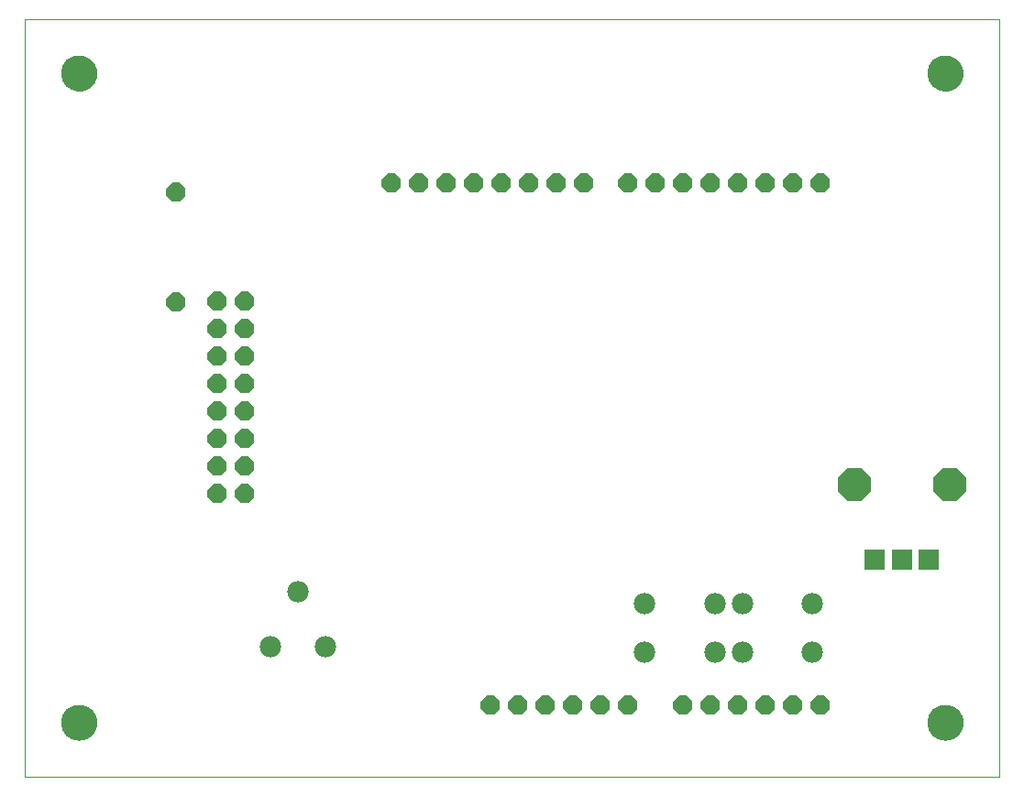
<source format=gts>
G75*
%MOIN*%
%OFA0B0*%
%FSLAX25Y25*%
%IPPOS*%
%LPD*%
%AMOC8*
5,1,8,0,0,1.08239X$1,22.5*
%
%ADD10C,0.00394*%
%ADD11OC8,0.07000*%
%ADD12C,0.00000*%
%ADD13C,0.12998*%
%ADD14C,0.07800*%
%ADD15R,0.07800X0.07800*%
%ADD16OC8,0.12211*%
D10*
X0020800Y0011800D02*
X0020800Y0287391D01*
X0375131Y0287391D01*
X0375131Y0011800D01*
X0020800Y0011800D01*
D11*
X0090603Y0114595D03*
X0100603Y0114595D03*
X0100603Y0124595D03*
X0090603Y0124595D03*
X0090603Y0134595D03*
X0100603Y0134595D03*
X0100603Y0144595D03*
X0090603Y0144595D03*
X0090603Y0154595D03*
X0100603Y0154595D03*
X0100603Y0164595D03*
X0090603Y0164595D03*
X0090603Y0174595D03*
X0100603Y0174595D03*
X0100603Y0184595D03*
X0090603Y0184595D03*
X0075789Y0184509D03*
X0075789Y0224509D03*
X0154170Y0227548D03*
X0164170Y0227548D03*
X0174170Y0227548D03*
X0184170Y0227548D03*
X0194170Y0227548D03*
X0204170Y0227548D03*
X0214170Y0227548D03*
X0224170Y0227548D03*
X0240170Y0227548D03*
X0250170Y0227548D03*
X0260170Y0227548D03*
X0270170Y0227548D03*
X0280170Y0227548D03*
X0290170Y0227548D03*
X0300170Y0227548D03*
X0310170Y0227548D03*
X0310170Y0037548D03*
X0300170Y0037548D03*
X0290170Y0037548D03*
X0280170Y0037548D03*
X0270170Y0037548D03*
X0260170Y0037548D03*
X0240170Y0037548D03*
X0230170Y0037548D03*
X0220170Y0037548D03*
X0210170Y0037548D03*
X0200170Y0037548D03*
X0190170Y0037548D03*
D12*
X0034186Y0031485D02*
X0034188Y0031643D01*
X0034194Y0031801D01*
X0034204Y0031959D01*
X0034218Y0032117D01*
X0034236Y0032274D01*
X0034257Y0032431D01*
X0034283Y0032587D01*
X0034313Y0032743D01*
X0034346Y0032898D01*
X0034384Y0033051D01*
X0034425Y0033204D01*
X0034470Y0033356D01*
X0034519Y0033507D01*
X0034572Y0033656D01*
X0034628Y0033804D01*
X0034688Y0033950D01*
X0034752Y0034095D01*
X0034820Y0034238D01*
X0034891Y0034380D01*
X0034965Y0034520D01*
X0035043Y0034657D01*
X0035125Y0034793D01*
X0035209Y0034927D01*
X0035298Y0035058D01*
X0035389Y0035187D01*
X0035484Y0035314D01*
X0035581Y0035439D01*
X0035682Y0035561D01*
X0035786Y0035680D01*
X0035893Y0035797D01*
X0036003Y0035911D01*
X0036116Y0036022D01*
X0036231Y0036131D01*
X0036349Y0036236D01*
X0036470Y0036338D01*
X0036593Y0036438D01*
X0036719Y0036534D01*
X0036847Y0036627D01*
X0036977Y0036717D01*
X0037110Y0036803D01*
X0037245Y0036887D01*
X0037381Y0036966D01*
X0037520Y0037043D01*
X0037661Y0037115D01*
X0037803Y0037185D01*
X0037947Y0037250D01*
X0038093Y0037312D01*
X0038240Y0037370D01*
X0038389Y0037425D01*
X0038539Y0037476D01*
X0038690Y0037523D01*
X0038842Y0037566D01*
X0038995Y0037605D01*
X0039150Y0037641D01*
X0039305Y0037672D01*
X0039461Y0037700D01*
X0039617Y0037724D01*
X0039774Y0037744D01*
X0039932Y0037760D01*
X0040089Y0037772D01*
X0040248Y0037780D01*
X0040406Y0037784D01*
X0040564Y0037784D01*
X0040722Y0037780D01*
X0040881Y0037772D01*
X0041038Y0037760D01*
X0041196Y0037744D01*
X0041353Y0037724D01*
X0041509Y0037700D01*
X0041665Y0037672D01*
X0041820Y0037641D01*
X0041975Y0037605D01*
X0042128Y0037566D01*
X0042280Y0037523D01*
X0042431Y0037476D01*
X0042581Y0037425D01*
X0042730Y0037370D01*
X0042877Y0037312D01*
X0043023Y0037250D01*
X0043167Y0037185D01*
X0043309Y0037115D01*
X0043450Y0037043D01*
X0043589Y0036966D01*
X0043725Y0036887D01*
X0043860Y0036803D01*
X0043993Y0036717D01*
X0044123Y0036627D01*
X0044251Y0036534D01*
X0044377Y0036438D01*
X0044500Y0036338D01*
X0044621Y0036236D01*
X0044739Y0036131D01*
X0044854Y0036022D01*
X0044967Y0035911D01*
X0045077Y0035797D01*
X0045184Y0035680D01*
X0045288Y0035561D01*
X0045389Y0035439D01*
X0045486Y0035314D01*
X0045581Y0035187D01*
X0045672Y0035058D01*
X0045761Y0034927D01*
X0045845Y0034793D01*
X0045927Y0034657D01*
X0046005Y0034520D01*
X0046079Y0034380D01*
X0046150Y0034238D01*
X0046218Y0034095D01*
X0046282Y0033950D01*
X0046342Y0033804D01*
X0046398Y0033656D01*
X0046451Y0033507D01*
X0046500Y0033356D01*
X0046545Y0033204D01*
X0046586Y0033051D01*
X0046624Y0032898D01*
X0046657Y0032743D01*
X0046687Y0032587D01*
X0046713Y0032431D01*
X0046734Y0032274D01*
X0046752Y0032117D01*
X0046766Y0031959D01*
X0046776Y0031801D01*
X0046782Y0031643D01*
X0046784Y0031485D01*
X0046782Y0031327D01*
X0046776Y0031169D01*
X0046766Y0031011D01*
X0046752Y0030853D01*
X0046734Y0030696D01*
X0046713Y0030539D01*
X0046687Y0030383D01*
X0046657Y0030227D01*
X0046624Y0030072D01*
X0046586Y0029919D01*
X0046545Y0029766D01*
X0046500Y0029614D01*
X0046451Y0029463D01*
X0046398Y0029314D01*
X0046342Y0029166D01*
X0046282Y0029020D01*
X0046218Y0028875D01*
X0046150Y0028732D01*
X0046079Y0028590D01*
X0046005Y0028450D01*
X0045927Y0028313D01*
X0045845Y0028177D01*
X0045761Y0028043D01*
X0045672Y0027912D01*
X0045581Y0027783D01*
X0045486Y0027656D01*
X0045389Y0027531D01*
X0045288Y0027409D01*
X0045184Y0027290D01*
X0045077Y0027173D01*
X0044967Y0027059D01*
X0044854Y0026948D01*
X0044739Y0026839D01*
X0044621Y0026734D01*
X0044500Y0026632D01*
X0044377Y0026532D01*
X0044251Y0026436D01*
X0044123Y0026343D01*
X0043993Y0026253D01*
X0043860Y0026167D01*
X0043725Y0026083D01*
X0043589Y0026004D01*
X0043450Y0025927D01*
X0043309Y0025855D01*
X0043167Y0025785D01*
X0043023Y0025720D01*
X0042877Y0025658D01*
X0042730Y0025600D01*
X0042581Y0025545D01*
X0042431Y0025494D01*
X0042280Y0025447D01*
X0042128Y0025404D01*
X0041975Y0025365D01*
X0041820Y0025329D01*
X0041665Y0025298D01*
X0041509Y0025270D01*
X0041353Y0025246D01*
X0041196Y0025226D01*
X0041038Y0025210D01*
X0040881Y0025198D01*
X0040722Y0025190D01*
X0040564Y0025186D01*
X0040406Y0025186D01*
X0040248Y0025190D01*
X0040089Y0025198D01*
X0039932Y0025210D01*
X0039774Y0025226D01*
X0039617Y0025246D01*
X0039461Y0025270D01*
X0039305Y0025298D01*
X0039150Y0025329D01*
X0038995Y0025365D01*
X0038842Y0025404D01*
X0038690Y0025447D01*
X0038539Y0025494D01*
X0038389Y0025545D01*
X0038240Y0025600D01*
X0038093Y0025658D01*
X0037947Y0025720D01*
X0037803Y0025785D01*
X0037661Y0025855D01*
X0037520Y0025927D01*
X0037381Y0026004D01*
X0037245Y0026083D01*
X0037110Y0026167D01*
X0036977Y0026253D01*
X0036847Y0026343D01*
X0036719Y0026436D01*
X0036593Y0026532D01*
X0036470Y0026632D01*
X0036349Y0026734D01*
X0036231Y0026839D01*
X0036116Y0026948D01*
X0036003Y0027059D01*
X0035893Y0027173D01*
X0035786Y0027290D01*
X0035682Y0027409D01*
X0035581Y0027531D01*
X0035484Y0027656D01*
X0035389Y0027783D01*
X0035298Y0027912D01*
X0035209Y0028043D01*
X0035125Y0028177D01*
X0035043Y0028313D01*
X0034965Y0028450D01*
X0034891Y0028590D01*
X0034820Y0028732D01*
X0034752Y0028875D01*
X0034688Y0029020D01*
X0034628Y0029166D01*
X0034572Y0029314D01*
X0034519Y0029463D01*
X0034470Y0029614D01*
X0034425Y0029766D01*
X0034384Y0029919D01*
X0034346Y0030072D01*
X0034313Y0030227D01*
X0034283Y0030383D01*
X0034257Y0030539D01*
X0034236Y0030696D01*
X0034218Y0030853D01*
X0034204Y0031011D01*
X0034194Y0031169D01*
X0034188Y0031327D01*
X0034186Y0031485D01*
X0034186Y0267706D02*
X0034188Y0267864D01*
X0034194Y0268022D01*
X0034204Y0268180D01*
X0034218Y0268338D01*
X0034236Y0268495D01*
X0034257Y0268652D01*
X0034283Y0268808D01*
X0034313Y0268964D01*
X0034346Y0269119D01*
X0034384Y0269272D01*
X0034425Y0269425D01*
X0034470Y0269577D01*
X0034519Y0269728D01*
X0034572Y0269877D01*
X0034628Y0270025D01*
X0034688Y0270171D01*
X0034752Y0270316D01*
X0034820Y0270459D01*
X0034891Y0270601D01*
X0034965Y0270741D01*
X0035043Y0270878D01*
X0035125Y0271014D01*
X0035209Y0271148D01*
X0035298Y0271279D01*
X0035389Y0271408D01*
X0035484Y0271535D01*
X0035581Y0271660D01*
X0035682Y0271782D01*
X0035786Y0271901D01*
X0035893Y0272018D01*
X0036003Y0272132D01*
X0036116Y0272243D01*
X0036231Y0272352D01*
X0036349Y0272457D01*
X0036470Y0272559D01*
X0036593Y0272659D01*
X0036719Y0272755D01*
X0036847Y0272848D01*
X0036977Y0272938D01*
X0037110Y0273024D01*
X0037245Y0273108D01*
X0037381Y0273187D01*
X0037520Y0273264D01*
X0037661Y0273336D01*
X0037803Y0273406D01*
X0037947Y0273471D01*
X0038093Y0273533D01*
X0038240Y0273591D01*
X0038389Y0273646D01*
X0038539Y0273697D01*
X0038690Y0273744D01*
X0038842Y0273787D01*
X0038995Y0273826D01*
X0039150Y0273862D01*
X0039305Y0273893D01*
X0039461Y0273921D01*
X0039617Y0273945D01*
X0039774Y0273965D01*
X0039932Y0273981D01*
X0040089Y0273993D01*
X0040248Y0274001D01*
X0040406Y0274005D01*
X0040564Y0274005D01*
X0040722Y0274001D01*
X0040881Y0273993D01*
X0041038Y0273981D01*
X0041196Y0273965D01*
X0041353Y0273945D01*
X0041509Y0273921D01*
X0041665Y0273893D01*
X0041820Y0273862D01*
X0041975Y0273826D01*
X0042128Y0273787D01*
X0042280Y0273744D01*
X0042431Y0273697D01*
X0042581Y0273646D01*
X0042730Y0273591D01*
X0042877Y0273533D01*
X0043023Y0273471D01*
X0043167Y0273406D01*
X0043309Y0273336D01*
X0043450Y0273264D01*
X0043589Y0273187D01*
X0043725Y0273108D01*
X0043860Y0273024D01*
X0043993Y0272938D01*
X0044123Y0272848D01*
X0044251Y0272755D01*
X0044377Y0272659D01*
X0044500Y0272559D01*
X0044621Y0272457D01*
X0044739Y0272352D01*
X0044854Y0272243D01*
X0044967Y0272132D01*
X0045077Y0272018D01*
X0045184Y0271901D01*
X0045288Y0271782D01*
X0045389Y0271660D01*
X0045486Y0271535D01*
X0045581Y0271408D01*
X0045672Y0271279D01*
X0045761Y0271148D01*
X0045845Y0271014D01*
X0045927Y0270878D01*
X0046005Y0270741D01*
X0046079Y0270601D01*
X0046150Y0270459D01*
X0046218Y0270316D01*
X0046282Y0270171D01*
X0046342Y0270025D01*
X0046398Y0269877D01*
X0046451Y0269728D01*
X0046500Y0269577D01*
X0046545Y0269425D01*
X0046586Y0269272D01*
X0046624Y0269119D01*
X0046657Y0268964D01*
X0046687Y0268808D01*
X0046713Y0268652D01*
X0046734Y0268495D01*
X0046752Y0268338D01*
X0046766Y0268180D01*
X0046776Y0268022D01*
X0046782Y0267864D01*
X0046784Y0267706D01*
X0046782Y0267548D01*
X0046776Y0267390D01*
X0046766Y0267232D01*
X0046752Y0267074D01*
X0046734Y0266917D01*
X0046713Y0266760D01*
X0046687Y0266604D01*
X0046657Y0266448D01*
X0046624Y0266293D01*
X0046586Y0266140D01*
X0046545Y0265987D01*
X0046500Y0265835D01*
X0046451Y0265684D01*
X0046398Y0265535D01*
X0046342Y0265387D01*
X0046282Y0265241D01*
X0046218Y0265096D01*
X0046150Y0264953D01*
X0046079Y0264811D01*
X0046005Y0264671D01*
X0045927Y0264534D01*
X0045845Y0264398D01*
X0045761Y0264264D01*
X0045672Y0264133D01*
X0045581Y0264004D01*
X0045486Y0263877D01*
X0045389Y0263752D01*
X0045288Y0263630D01*
X0045184Y0263511D01*
X0045077Y0263394D01*
X0044967Y0263280D01*
X0044854Y0263169D01*
X0044739Y0263060D01*
X0044621Y0262955D01*
X0044500Y0262853D01*
X0044377Y0262753D01*
X0044251Y0262657D01*
X0044123Y0262564D01*
X0043993Y0262474D01*
X0043860Y0262388D01*
X0043725Y0262304D01*
X0043589Y0262225D01*
X0043450Y0262148D01*
X0043309Y0262076D01*
X0043167Y0262006D01*
X0043023Y0261941D01*
X0042877Y0261879D01*
X0042730Y0261821D01*
X0042581Y0261766D01*
X0042431Y0261715D01*
X0042280Y0261668D01*
X0042128Y0261625D01*
X0041975Y0261586D01*
X0041820Y0261550D01*
X0041665Y0261519D01*
X0041509Y0261491D01*
X0041353Y0261467D01*
X0041196Y0261447D01*
X0041038Y0261431D01*
X0040881Y0261419D01*
X0040722Y0261411D01*
X0040564Y0261407D01*
X0040406Y0261407D01*
X0040248Y0261411D01*
X0040089Y0261419D01*
X0039932Y0261431D01*
X0039774Y0261447D01*
X0039617Y0261467D01*
X0039461Y0261491D01*
X0039305Y0261519D01*
X0039150Y0261550D01*
X0038995Y0261586D01*
X0038842Y0261625D01*
X0038690Y0261668D01*
X0038539Y0261715D01*
X0038389Y0261766D01*
X0038240Y0261821D01*
X0038093Y0261879D01*
X0037947Y0261941D01*
X0037803Y0262006D01*
X0037661Y0262076D01*
X0037520Y0262148D01*
X0037381Y0262225D01*
X0037245Y0262304D01*
X0037110Y0262388D01*
X0036977Y0262474D01*
X0036847Y0262564D01*
X0036719Y0262657D01*
X0036593Y0262753D01*
X0036470Y0262853D01*
X0036349Y0262955D01*
X0036231Y0263060D01*
X0036116Y0263169D01*
X0036003Y0263280D01*
X0035893Y0263394D01*
X0035786Y0263511D01*
X0035682Y0263630D01*
X0035581Y0263752D01*
X0035484Y0263877D01*
X0035389Y0264004D01*
X0035298Y0264133D01*
X0035209Y0264264D01*
X0035125Y0264398D01*
X0035043Y0264534D01*
X0034965Y0264671D01*
X0034891Y0264811D01*
X0034820Y0264953D01*
X0034752Y0265096D01*
X0034688Y0265241D01*
X0034628Y0265387D01*
X0034572Y0265535D01*
X0034519Y0265684D01*
X0034470Y0265835D01*
X0034425Y0265987D01*
X0034384Y0266140D01*
X0034346Y0266293D01*
X0034313Y0266448D01*
X0034283Y0266604D01*
X0034257Y0266760D01*
X0034236Y0266917D01*
X0034218Y0267074D01*
X0034204Y0267232D01*
X0034194Y0267390D01*
X0034188Y0267548D01*
X0034186Y0267706D01*
X0349147Y0267706D02*
X0349149Y0267864D01*
X0349155Y0268022D01*
X0349165Y0268180D01*
X0349179Y0268338D01*
X0349197Y0268495D01*
X0349218Y0268652D01*
X0349244Y0268808D01*
X0349274Y0268964D01*
X0349307Y0269119D01*
X0349345Y0269272D01*
X0349386Y0269425D01*
X0349431Y0269577D01*
X0349480Y0269728D01*
X0349533Y0269877D01*
X0349589Y0270025D01*
X0349649Y0270171D01*
X0349713Y0270316D01*
X0349781Y0270459D01*
X0349852Y0270601D01*
X0349926Y0270741D01*
X0350004Y0270878D01*
X0350086Y0271014D01*
X0350170Y0271148D01*
X0350259Y0271279D01*
X0350350Y0271408D01*
X0350445Y0271535D01*
X0350542Y0271660D01*
X0350643Y0271782D01*
X0350747Y0271901D01*
X0350854Y0272018D01*
X0350964Y0272132D01*
X0351077Y0272243D01*
X0351192Y0272352D01*
X0351310Y0272457D01*
X0351431Y0272559D01*
X0351554Y0272659D01*
X0351680Y0272755D01*
X0351808Y0272848D01*
X0351938Y0272938D01*
X0352071Y0273024D01*
X0352206Y0273108D01*
X0352342Y0273187D01*
X0352481Y0273264D01*
X0352622Y0273336D01*
X0352764Y0273406D01*
X0352908Y0273471D01*
X0353054Y0273533D01*
X0353201Y0273591D01*
X0353350Y0273646D01*
X0353500Y0273697D01*
X0353651Y0273744D01*
X0353803Y0273787D01*
X0353956Y0273826D01*
X0354111Y0273862D01*
X0354266Y0273893D01*
X0354422Y0273921D01*
X0354578Y0273945D01*
X0354735Y0273965D01*
X0354893Y0273981D01*
X0355050Y0273993D01*
X0355209Y0274001D01*
X0355367Y0274005D01*
X0355525Y0274005D01*
X0355683Y0274001D01*
X0355842Y0273993D01*
X0355999Y0273981D01*
X0356157Y0273965D01*
X0356314Y0273945D01*
X0356470Y0273921D01*
X0356626Y0273893D01*
X0356781Y0273862D01*
X0356936Y0273826D01*
X0357089Y0273787D01*
X0357241Y0273744D01*
X0357392Y0273697D01*
X0357542Y0273646D01*
X0357691Y0273591D01*
X0357838Y0273533D01*
X0357984Y0273471D01*
X0358128Y0273406D01*
X0358270Y0273336D01*
X0358411Y0273264D01*
X0358550Y0273187D01*
X0358686Y0273108D01*
X0358821Y0273024D01*
X0358954Y0272938D01*
X0359084Y0272848D01*
X0359212Y0272755D01*
X0359338Y0272659D01*
X0359461Y0272559D01*
X0359582Y0272457D01*
X0359700Y0272352D01*
X0359815Y0272243D01*
X0359928Y0272132D01*
X0360038Y0272018D01*
X0360145Y0271901D01*
X0360249Y0271782D01*
X0360350Y0271660D01*
X0360447Y0271535D01*
X0360542Y0271408D01*
X0360633Y0271279D01*
X0360722Y0271148D01*
X0360806Y0271014D01*
X0360888Y0270878D01*
X0360966Y0270741D01*
X0361040Y0270601D01*
X0361111Y0270459D01*
X0361179Y0270316D01*
X0361243Y0270171D01*
X0361303Y0270025D01*
X0361359Y0269877D01*
X0361412Y0269728D01*
X0361461Y0269577D01*
X0361506Y0269425D01*
X0361547Y0269272D01*
X0361585Y0269119D01*
X0361618Y0268964D01*
X0361648Y0268808D01*
X0361674Y0268652D01*
X0361695Y0268495D01*
X0361713Y0268338D01*
X0361727Y0268180D01*
X0361737Y0268022D01*
X0361743Y0267864D01*
X0361745Y0267706D01*
X0361743Y0267548D01*
X0361737Y0267390D01*
X0361727Y0267232D01*
X0361713Y0267074D01*
X0361695Y0266917D01*
X0361674Y0266760D01*
X0361648Y0266604D01*
X0361618Y0266448D01*
X0361585Y0266293D01*
X0361547Y0266140D01*
X0361506Y0265987D01*
X0361461Y0265835D01*
X0361412Y0265684D01*
X0361359Y0265535D01*
X0361303Y0265387D01*
X0361243Y0265241D01*
X0361179Y0265096D01*
X0361111Y0264953D01*
X0361040Y0264811D01*
X0360966Y0264671D01*
X0360888Y0264534D01*
X0360806Y0264398D01*
X0360722Y0264264D01*
X0360633Y0264133D01*
X0360542Y0264004D01*
X0360447Y0263877D01*
X0360350Y0263752D01*
X0360249Y0263630D01*
X0360145Y0263511D01*
X0360038Y0263394D01*
X0359928Y0263280D01*
X0359815Y0263169D01*
X0359700Y0263060D01*
X0359582Y0262955D01*
X0359461Y0262853D01*
X0359338Y0262753D01*
X0359212Y0262657D01*
X0359084Y0262564D01*
X0358954Y0262474D01*
X0358821Y0262388D01*
X0358686Y0262304D01*
X0358550Y0262225D01*
X0358411Y0262148D01*
X0358270Y0262076D01*
X0358128Y0262006D01*
X0357984Y0261941D01*
X0357838Y0261879D01*
X0357691Y0261821D01*
X0357542Y0261766D01*
X0357392Y0261715D01*
X0357241Y0261668D01*
X0357089Y0261625D01*
X0356936Y0261586D01*
X0356781Y0261550D01*
X0356626Y0261519D01*
X0356470Y0261491D01*
X0356314Y0261467D01*
X0356157Y0261447D01*
X0355999Y0261431D01*
X0355842Y0261419D01*
X0355683Y0261411D01*
X0355525Y0261407D01*
X0355367Y0261407D01*
X0355209Y0261411D01*
X0355050Y0261419D01*
X0354893Y0261431D01*
X0354735Y0261447D01*
X0354578Y0261467D01*
X0354422Y0261491D01*
X0354266Y0261519D01*
X0354111Y0261550D01*
X0353956Y0261586D01*
X0353803Y0261625D01*
X0353651Y0261668D01*
X0353500Y0261715D01*
X0353350Y0261766D01*
X0353201Y0261821D01*
X0353054Y0261879D01*
X0352908Y0261941D01*
X0352764Y0262006D01*
X0352622Y0262076D01*
X0352481Y0262148D01*
X0352342Y0262225D01*
X0352206Y0262304D01*
X0352071Y0262388D01*
X0351938Y0262474D01*
X0351808Y0262564D01*
X0351680Y0262657D01*
X0351554Y0262753D01*
X0351431Y0262853D01*
X0351310Y0262955D01*
X0351192Y0263060D01*
X0351077Y0263169D01*
X0350964Y0263280D01*
X0350854Y0263394D01*
X0350747Y0263511D01*
X0350643Y0263630D01*
X0350542Y0263752D01*
X0350445Y0263877D01*
X0350350Y0264004D01*
X0350259Y0264133D01*
X0350170Y0264264D01*
X0350086Y0264398D01*
X0350004Y0264534D01*
X0349926Y0264671D01*
X0349852Y0264811D01*
X0349781Y0264953D01*
X0349713Y0265096D01*
X0349649Y0265241D01*
X0349589Y0265387D01*
X0349533Y0265535D01*
X0349480Y0265684D01*
X0349431Y0265835D01*
X0349386Y0265987D01*
X0349345Y0266140D01*
X0349307Y0266293D01*
X0349274Y0266448D01*
X0349244Y0266604D01*
X0349218Y0266760D01*
X0349197Y0266917D01*
X0349179Y0267074D01*
X0349165Y0267232D01*
X0349155Y0267390D01*
X0349149Y0267548D01*
X0349147Y0267706D01*
X0349147Y0031485D02*
X0349149Y0031643D01*
X0349155Y0031801D01*
X0349165Y0031959D01*
X0349179Y0032117D01*
X0349197Y0032274D01*
X0349218Y0032431D01*
X0349244Y0032587D01*
X0349274Y0032743D01*
X0349307Y0032898D01*
X0349345Y0033051D01*
X0349386Y0033204D01*
X0349431Y0033356D01*
X0349480Y0033507D01*
X0349533Y0033656D01*
X0349589Y0033804D01*
X0349649Y0033950D01*
X0349713Y0034095D01*
X0349781Y0034238D01*
X0349852Y0034380D01*
X0349926Y0034520D01*
X0350004Y0034657D01*
X0350086Y0034793D01*
X0350170Y0034927D01*
X0350259Y0035058D01*
X0350350Y0035187D01*
X0350445Y0035314D01*
X0350542Y0035439D01*
X0350643Y0035561D01*
X0350747Y0035680D01*
X0350854Y0035797D01*
X0350964Y0035911D01*
X0351077Y0036022D01*
X0351192Y0036131D01*
X0351310Y0036236D01*
X0351431Y0036338D01*
X0351554Y0036438D01*
X0351680Y0036534D01*
X0351808Y0036627D01*
X0351938Y0036717D01*
X0352071Y0036803D01*
X0352206Y0036887D01*
X0352342Y0036966D01*
X0352481Y0037043D01*
X0352622Y0037115D01*
X0352764Y0037185D01*
X0352908Y0037250D01*
X0353054Y0037312D01*
X0353201Y0037370D01*
X0353350Y0037425D01*
X0353500Y0037476D01*
X0353651Y0037523D01*
X0353803Y0037566D01*
X0353956Y0037605D01*
X0354111Y0037641D01*
X0354266Y0037672D01*
X0354422Y0037700D01*
X0354578Y0037724D01*
X0354735Y0037744D01*
X0354893Y0037760D01*
X0355050Y0037772D01*
X0355209Y0037780D01*
X0355367Y0037784D01*
X0355525Y0037784D01*
X0355683Y0037780D01*
X0355842Y0037772D01*
X0355999Y0037760D01*
X0356157Y0037744D01*
X0356314Y0037724D01*
X0356470Y0037700D01*
X0356626Y0037672D01*
X0356781Y0037641D01*
X0356936Y0037605D01*
X0357089Y0037566D01*
X0357241Y0037523D01*
X0357392Y0037476D01*
X0357542Y0037425D01*
X0357691Y0037370D01*
X0357838Y0037312D01*
X0357984Y0037250D01*
X0358128Y0037185D01*
X0358270Y0037115D01*
X0358411Y0037043D01*
X0358550Y0036966D01*
X0358686Y0036887D01*
X0358821Y0036803D01*
X0358954Y0036717D01*
X0359084Y0036627D01*
X0359212Y0036534D01*
X0359338Y0036438D01*
X0359461Y0036338D01*
X0359582Y0036236D01*
X0359700Y0036131D01*
X0359815Y0036022D01*
X0359928Y0035911D01*
X0360038Y0035797D01*
X0360145Y0035680D01*
X0360249Y0035561D01*
X0360350Y0035439D01*
X0360447Y0035314D01*
X0360542Y0035187D01*
X0360633Y0035058D01*
X0360722Y0034927D01*
X0360806Y0034793D01*
X0360888Y0034657D01*
X0360966Y0034520D01*
X0361040Y0034380D01*
X0361111Y0034238D01*
X0361179Y0034095D01*
X0361243Y0033950D01*
X0361303Y0033804D01*
X0361359Y0033656D01*
X0361412Y0033507D01*
X0361461Y0033356D01*
X0361506Y0033204D01*
X0361547Y0033051D01*
X0361585Y0032898D01*
X0361618Y0032743D01*
X0361648Y0032587D01*
X0361674Y0032431D01*
X0361695Y0032274D01*
X0361713Y0032117D01*
X0361727Y0031959D01*
X0361737Y0031801D01*
X0361743Y0031643D01*
X0361745Y0031485D01*
X0361743Y0031327D01*
X0361737Y0031169D01*
X0361727Y0031011D01*
X0361713Y0030853D01*
X0361695Y0030696D01*
X0361674Y0030539D01*
X0361648Y0030383D01*
X0361618Y0030227D01*
X0361585Y0030072D01*
X0361547Y0029919D01*
X0361506Y0029766D01*
X0361461Y0029614D01*
X0361412Y0029463D01*
X0361359Y0029314D01*
X0361303Y0029166D01*
X0361243Y0029020D01*
X0361179Y0028875D01*
X0361111Y0028732D01*
X0361040Y0028590D01*
X0360966Y0028450D01*
X0360888Y0028313D01*
X0360806Y0028177D01*
X0360722Y0028043D01*
X0360633Y0027912D01*
X0360542Y0027783D01*
X0360447Y0027656D01*
X0360350Y0027531D01*
X0360249Y0027409D01*
X0360145Y0027290D01*
X0360038Y0027173D01*
X0359928Y0027059D01*
X0359815Y0026948D01*
X0359700Y0026839D01*
X0359582Y0026734D01*
X0359461Y0026632D01*
X0359338Y0026532D01*
X0359212Y0026436D01*
X0359084Y0026343D01*
X0358954Y0026253D01*
X0358821Y0026167D01*
X0358686Y0026083D01*
X0358550Y0026004D01*
X0358411Y0025927D01*
X0358270Y0025855D01*
X0358128Y0025785D01*
X0357984Y0025720D01*
X0357838Y0025658D01*
X0357691Y0025600D01*
X0357542Y0025545D01*
X0357392Y0025494D01*
X0357241Y0025447D01*
X0357089Y0025404D01*
X0356936Y0025365D01*
X0356781Y0025329D01*
X0356626Y0025298D01*
X0356470Y0025270D01*
X0356314Y0025246D01*
X0356157Y0025226D01*
X0355999Y0025210D01*
X0355842Y0025198D01*
X0355683Y0025190D01*
X0355525Y0025186D01*
X0355367Y0025186D01*
X0355209Y0025190D01*
X0355050Y0025198D01*
X0354893Y0025210D01*
X0354735Y0025226D01*
X0354578Y0025246D01*
X0354422Y0025270D01*
X0354266Y0025298D01*
X0354111Y0025329D01*
X0353956Y0025365D01*
X0353803Y0025404D01*
X0353651Y0025447D01*
X0353500Y0025494D01*
X0353350Y0025545D01*
X0353201Y0025600D01*
X0353054Y0025658D01*
X0352908Y0025720D01*
X0352764Y0025785D01*
X0352622Y0025855D01*
X0352481Y0025927D01*
X0352342Y0026004D01*
X0352206Y0026083D01*
X0352071Y0026167D01*
X0351938Y0026253D01*
X0351808Y0026343D01*
X0351680Y0026436D01*
X0351554Y0026532D01*
X0351431Y0026632D01*
X0351310Y0026734D01*
X0351192Y0026839D01*
X0351077Y0026948D01*
X0350964Y0027059D01*
X0350854Y0027173D01*
X0350747Y0027290D01*
X0350643Y0027409D01*
X0350542Y0027531D01*
X0350445Y0027656D01*
X0350350Y0027783D01*
X0350259Y0027912D01*
X0350170Y0028043D01*
X0350086Y0028177D01*
X0350004Y0028313D01*
X0349926Y0028450D01*
X0349852Y0028590D01*
X0349781Y0028732D01*
X0349713Y0028875D01*
X0349649Y0029020D01*
X0349589Y0029166D01*
X0349533Y0029314D01*
X0349480Y0029463D01*
X0349431Y0029614D01*
X0349386Y0029766D01*
X0349345Y0029919D01*
X0349307Y0030072D01*
X0349274Y0030227D01*
X0349244Y0030383D01*
X0349218Y0030539D01*
X0349197Y0030696D01*
X0349179Y0030853D01*
X0349165Y0031011D01*
X0349155Y0031169D01*
X0349149Y0031327D01*
X0349147Y0031485D01*
D13*
X0355446Y0031485D03*
X0355446Y0267706D03*
X0040485Y0267706D03*
X0040485Y0031485D03*
D14*
X0110209Y0059044D03*
X0130209Y0059044D03*
X0120209Y0079044D03*
X0246189Y0074834D03*
X0246189Y0057034D03*
X0271789Y0057034D03*
X0281622Y0057034D03*
X0281622Y0074834D03*
X0271789Y0074834D03*
X0307222Y0074834D03*
X0307222Y0057034D03*
D15*
X0329855Y0090540D03*
X0339698Y0090540D03*
X0349540Y0090540D03*
D16*
X0357020Y0118099D03*
X0322375Y0118099D03*
M02*

</source>
